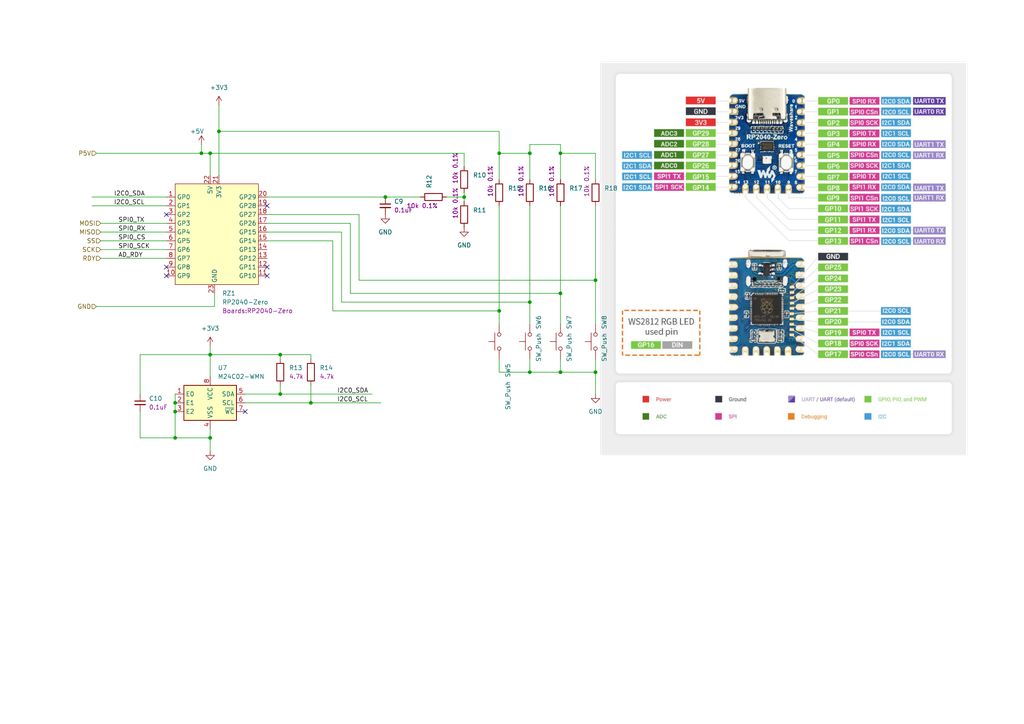
<source format=kicad_sch>
(kicad_sch (version 20230121) (generator eeschema)
  (paper "A4")
  (lib_symbols
    (symbol "Boards:RP2040-Zero"
      (property "Reference" "RZ" (at 0 0 0))
      (property "Value" "RP2040-Zero" (at 0 -2.54 0))
      (property "Footprint" "Boards:RP2040-Zero" (at 17.78 -20.32 0))
      (symbol "RP2040-Zero_0_1"
        (rectangle (start -11.43 -15.24) (end 12.7 13.97) (fill (type background)))
      )
      (symbol "RP2040-Zero_1_1"
        (pin bidirectional line (at -13.97 10.16 0) (length 2.54) (name "GP0") (number "1"))
        (pin bidirectional line (at -13.97 -12.7 0) (length 2.54) (name "GP9") (number "10"))
        (pin bidirectional line (at 15.24 -12.7 180) (length 2.54) (name "GP10") (number "11"))
        (pin bidirectional line (at 15.24 -10.16 180) (length 2.54) (name "GP11") (number "12"))
        (pin bidirectional line (at 15.24 -7.62 180) (length 2.54) (name "GP12") (number "13"))
        (pin bidirectional line (at 15.24 -5.08 180) (length 2.54) (name "GP13") (number "14"))
        (pin bidirectional line (at 15.24 -2.54 180) (length 2.54) (name "GP14") (number "15"))
        (pin bidirectional line (at 15.24 0 180) (length 2.54) (name "GP15") (number "16"))
        (pin bidirectional line (at 15.24 2.54 180) (length 2.54) (name "GP26") (number "17"))
        (pin bidirectional line (at 15.24 5.08 180) (length 2.54) (name "GP27") (number "18"))
        (pin bidirectional line (at 15.24 7.62 180) (length 2.54) (name "GP28") (number "19"))
        (pin bidirectional line (at -13.97 7.62 0) (length 2.54) (name "GP1") (number "2"))
        (pin bidirectional line (at 15.24 10.16 180) (length 2.54) (name "GP29") (number "20"))
        (pin power_in line (at 1.27 16.51 270) (length 2.54) (name "3V3") (number "21"))
        (pin power_in line (at -1.27 16.51 270) (length 2.54) (name "5V") (number "22"))
        (pin power_in line (at 0 -17.78 90) (length 2.54) (name "GND") (number "23"))
        (pin bidirectional line (at -13.97 5.08 0) (length 2.54) (name "GP2") (number "3"))
        (pin bidirectional line (at -13.97 2.54 0) (length 2.54) (name "GP3") (number "4"))
        (pin bidirectional line (at -13.97 0 0) (length 2.54) (name "GP4") (number "5"))
        (pin bidirectional line (at -13.97 -2.54 0) (length 2.54) (name "GP5") (number "6"))
        (pin bidirectional line (at -13.97 -5.08 0) (length 2.54) (name "GP6") (number "7"))
        (pin bidirectional line (at -13.97 -7.62 0) (length 2.54) (name "GP7") (number "8"))
        (pin bidirectional line (at -13.97 -10.16 0) (length 2.54) (name "GP8") (number "9"))
      )
    )
    (symbol "Memory_EEPROM:M24C02-WMN"
      (property "Reference" "U" (at -6.35 6.35 0))
      (property "Value" "M24C02-WMN" (at 7.62 6.35 0))
      (symbol "M24C02-WMN_0_1"
        (rectangle (start -7.62 5.08) (end 7.62 -5.08) (stroke (width 0.254)) (fill (type background)))
      )
      (symbol "M24C02-WMN_1_1"
        (pin input line (at -10.16 2.54 0) (length 2.54) (name "E0") (number "1"))
        (pin input line (at -10.16 0 0) (length 2.54) (name "E1") (number "2"))
        (pin input line (at -10.16 -2.54 0) (length 2.54) (name "E2") (number "3"))
        (pin power_in line (at 0 -7.62 90) (length 2.54) (name "VSS") (number "4"))
        (pin bidirectional line (at 10.16 2.54 180) (length 2.54) (name "SDA") (number "5"))
        (pin input line (at 10.16 0 180) (length 2.54) (name "SCL") (number "6"))
        (pin input line (at 10.16 -2.54 180) (length 2.54) (name "~{WC}") (number "7"))
        (pin power_in line (at 0 7.62 270) (length 2.54) (name "VCC") (number "8"))
      )
    )
    (symbol "PCM_4ms_Capacitor:100nF_0603_16V" (pin_numbers hide) (pin_names (offset 0.254) hide)
      (property "Reference" "C" (at 1.905 1.27 0))
      (property "Display" "0.1uF" (at 1.905 -1.27 0))
      (symbol "100nF_0603_16V_0_1"
        (polyline (pts (xy -1.524 -0.508) (xy 1.524 -0.508)) (stroke (width 0.3302)))
        (polyline (pts (xy -1.524 0.508) (xy 1.524 0.508)) (stroke (width 0.3048)))
      )
      (symbol "100nF_0603_16V_1_1"
        (pin passive line (at 0 2.54 270) (length 2.032) (name "~") (number "1"))
        (pin passive line (at 0 -2.54 90) (length 2.032) (name "~") (number "2"))
      )
    )
    (symbol "PCM_4ms_Power-symbol:+3.3V" (power) (pin_names (offset 0))
      (property "Value" "+3.3V" (at 0 3.556 0))
      (symbol "+3.3V_0_1"
        (polyline (pts (xy -0.762 1.27) (xy 0 2.54)))
        (polyline (pts (xy 0 0) (xy 0 2.54)))
        (polyline (pts (xy 0 2.54) (xy 0.762 1.27)))
      )
      (symbol "+3.3V_1_1"
        (pin power_in line (at 0 0 90) (length 0) hide (name "+3V3") (number "1"))
      )
    )
    (symbol "PCM_4ms_Power-symbol:+5V" (power) (pin_names (offset 0))
      (property "Value" "+5V" (at 0 3.556 0))
      (symbol "+5V_0_1"
        (polyline (pts (xy -0.762 1.27) (xy 0 2.54)))
        (polyline (pts (xy 0 0) (xy 0 2.54)))
        (polyline (pts (xy 0 2.54) (xy 0.762 1.27)))
      )
      (symbol "+5V_1_1"
        (pin power_in line (at 0 0 90) (length 0) hide (name "+5V") (number "1"))
      )
    )
    (symbol "PCM_4ms_Power-symbol:GND" (power) (pin_names (offset 0))
      (property "Value" "GND" (at 0 -3.81 0))
      (symbol "GND_0_1"
        (polyline (pts (xy 0 0) (xy 0 -1.27) (xy 1.27 -1.27) (xy 0 -2.54) (xy -1.27 -1.27) (xy 0 -1.27)))
      )
      (symbol "GND_1_1"
        (pin power_in line (at 0 0 270) (length 0) hide (name "GND") (number "1"))
      )
    )
    (symbol "PCM_4ms_Resistor:10k_0603_0.1%" (pin_numbers hide) (pin_names (offset 0))
      (property "Reference" "R" (at 2.032 0 90))
      (property "Display" "10k 0.1%" (at 3.81 -4.445 90))
      (symbol "10k_0603_0.1%_0_1"
        (rectangle (start -1.016 -2.54) (end 1.016 2.54) (stroke (width 0.254)))
      )
      (symbol "10k_0603_0.1%_1_1"
        (pin passive line (at 0 3.81 270) (length 1.27) (name "~") (number "1"))
        (pin passive line (at 0 -3.81 90) (length 1.27) (name "~") (number "2"))
      )
    )
    (symbol "PCM_4ms_Resistor:4.7k_0603" (pin_numbers hide) (pin_names (offset 0))
      (property "Reference" "R" (at 2.032 0 90))
      (property "Display" "4.7k" (at 3.81 0 90))
      (symbol "4.7k_0603_0_1"
        (rectangle (start -1.016 -2.54) (end 1.016 2.54) (stroke (width 0.254)))
      )
      (symbol "4.7k_0603_1_1"
        (pin passive line (at 0 3.81 270) (length 1.27) (name "~") (number "1"))
        (pin passive line (at 0 -3.81 90) (length 1.27) (name "~") (number "2"))
      )
    )
    (symbol "Switch:SW_Push" (pin_numbers hide) (pin_names (offset 1.016) hide)
      (property "Reference" "SW" (at 1.27 2.54 0))
      (property "Value" "SW_Push" (at 0 -1.524 0))
      (symbol "SW_Push_0_1"
        (circle (center -2.032 0) (radius 0.508))
        (polyline (pts (xy 0 1.27) (xy 0 3.048)))
        (polyline (pts (xy 2.54 1.27) (xy -2.54 1.27)))
        (circle (center 2.032 0) (radius 0.508))
        (pin passive line (at -5.08 0 0) (length 2.54) (name "1") (number "1"))
        (pin passive line (at 5.08 0 180) (length 2.54) (name "2") (number "2"))
      )
    )
  )
  (junction (at 111.76 57.15))
  (junction (at 58.42 44.45))
  (junction (at 63.5 38.1))
  (junction (at 144.78 90.17))
  (junction (at 172.72 107.95))
  (junction (at 162.56 85.09))
  (junction (at 162.56 44.45))
  (junction (at 50.8 116.84))
  (junction (at 90.17 116.84))
  (junction (at 50.8 119.38))
  (junction (at 153.67 87.63))
  (junction (at 153.67 107.95))
  (junction (at 81.28 114.3))
  (junction (at 50.8 127))
  (junction (at 60.96 127))
  (junction (at 162.56 107.95))
  (junction (at 172.72 81.28))
  (junction (at 81.28 102.87))
  (junction (at 134.62 57.15))
  (junction (at 60.96 102.87))
  (junction (at 144.78 44.45))
  (junction (at 153.67 44.45))
  (junction (at 60.96 44.45))
  (no_connect (at 48.26 62.23))
  (no_connect (at 71.12 119.38))
  (no_connect (at 77.47 80.01))
  (no_connect (at 77.47 77.47))
  (no_connect (at 48.26 77.47))
  (no_connect (at 48.26 80.01))
  (no_connect (at 77.47 59.69))
  (wire (pts (xy 99.06 67.31) (xy 99.06 87.63)))
  (wire (pts (xy 27.94 44.45) (xy 58.42 44.45)))
  (wire (pts (xy 90.17 102.87) (xy 90.17 104.14)))
  (wire (pts (xy 111.76 57.15) (xy 121.92 57.15)))
  (wire (pts (xy 99.06 87.63) (xy 153.67 87.63)))
  (wire (pts (xy 81.28 102.87) (xy 90.17 102.87)))
  (wire (pts (xy 60.96 127) (xy 50.8 127)))
  (wire (pts (xy 62.23 88.9) (xy 62.23 85.09)))
  (wire (pts (xy 172.72 107.95) (xy 172.72 114.3)))
  (wire (pts (xy 58.42 41.91) (xy 58.42 44.45)))
  (wire (pts (xy 50.8 119.38) (xy 50.8 116.84)))
  (wire (pts (xy 71.12 116.84) (xy 90.17 116.84)))
  (wire (pts (xy 60.96 44.45) (xy 60.96 50.8)))
  (wire (pts (xy 81.28 111.76) (xy 81.28 114.3)))
  (wire (pts (xy 77.47 57.15) (xy 111.76 57.15)))
  (wire (pts (xy 60.96 100.33) (xy 60.96 102.87)))
  (wire (pts (xy 60.96 130.81) (xy 60.96 127)))
  (wire (pts (xy 96.52 90.17) (xy 144.78 90.17)))
  (wire (pts (xy 134.62 57.15) (xy 134.62 58.42)))
  (wire (pts (xy 63.5 30.48) (xy 63.5 38.1)))
  (wire (pts (xy 144.78 44.45) (xy 153.67 44.45)))
  (wire (pts (xy 153.67 44.45) (xy 153.67 52.07)))
  (wire (pts (xy 172.72 81.28) (xy 172.72 93.98)))
  (wire (pts (xy 63.5 38.1) (xy 63.5 50.8)))
  (wire (pts (xy 63.5 38.1) (xy 144.78 38.1)))
  (wire (pts (xy 153.67 107.95) (xy 162.56 107.95)))
  (wire (pts (xy 81.28 114.3) (xy 107.95 114.3)))
  (wire (pts (xy 60.96 44.45) (xy 134.62 44.45)))
  (wire (pts (xy 101.6 64.77) (xy 101.6 85.09)))
  (wire (pts (xy 60.96 102.87) (xy 60.96 109.22)))
  (wire (pts (xy 144.78 104.14) (xy 144.78 107.95)))
  (wire (pts (xy 134.62 55.88) (xy 134.62 57.15)))
  (wire (pts (xy 162.56 41.91) (xy 162.56 44.45)))
  (wire (pts (xy 71.12 114.3) (xy 81.28 114.3)))
  (wire (pts (xy 29.21 74.93) (xy 48.26 74.93)))
  (wire (pts (xy 60.96 102.87) (xy 40.64 102.87)))
  (wire (pts (xy 153.67 87.63) (xy 153.67 93.98)))
  (wire (pts (xy 40.64 102.87) (xy 40.64 114.3)))
  (wire (pts (xy 101.6 64.77) (xy 77.47 64.77)))
  (wire (pts (xy 172.72 104.14) (xy 172.72 107.95)))
  (wire (pts (xy 104.14 62.23) (xy 77.47 62.23)))
  (wire (pts (xy 172.72 59.69) (xy 172.72 81.28)))
  (wire (pts (xy 153.67 104.14) (xy 153.67 107.95)))
  (wire (pts (xy 101.6 85.09) (xy 162.56 85.09)))
  (wire (pts (xy 104.14 81.28) (xy 172.72 81.28)))
  (wire (pts (xy 58.42 44.45) (xy 60.96 44.45)))
  (wire (pts (xy 99.06 67.31) (xy 77.47 67.31)))
  (wire (pts (xy 90.17 116.84) (xy 110.49 116.84)))
  (wire (pts (xy 29.21 72.39) (xy 48.26 72.39)))
  (wire (pts (xy 134.62 44.45) (xy 134.62 48.26)))
  (wire (pts (xy 96.52 69.85) (xy 77.47 69.85)))
  (wire (pts (xy 27.94 88.9) (xy 62.23 88.9)))
  (wire (pts (xy 144.78 90.17) (xy 144.78 93.98)))
  (wire (pts (xy 144.78 38.1) (xy 144.78 44.45)))
  (wire (pts (xy 81.28 104.14) (xy 81.28 102.87)))
  (wire (pts (xy 48.26 64.77) (xy 29.21 64.77)))
  (wire (pts (xy 60.96 127) (xy 60.96 124.46)))
  (wire (pts (xy 26.67 57.15) (xy 48.26 57.15)))
  (wire (pts (xy 162.56 59.69) (xy 162.56 85.09)))
  (wire (pts (xy 153.67 59.69) (xy 153.67 87.63)))
  (wire (pts (xy 162.56 85.09) (xy 162.56 93.98)))
  (wire (pts (xy 162.56 107.95) (xy 172.72 107.95)))
  (wire (pts (xy 26.67 59.69) (xy 48.26 59.69)))
  (wire (pts (xy 153.67 41.91) (xy 153.67 44.45)))
  (wire (pts (xy 104.14 62.23) (xy 104.14 81.28)))
  (wire (pts (xy 144.78 44.45) (xy 144.78 52.07)))
  (wire (pts (xy 162.56 44.45) (xy 172.72 44.45)))
  (wire (pts (xy 162.56 52.07) (xy 162.56 44.45)))
  (wire (pts (xy 29.21 69.85) (xy 48.26 69.85)))
  (wire (pts (xy 162.56 104.14) (xy 162.56 107.95)))
  (wire (pts (xy 129.54 57.15) (xy 134.62 57.15)))
  (wire (pts (xy 29.21 67.31) (xy 48.26 67.31)))
  (wire (pts (xy 60.96 102.87) (xy 81.28 102.87)))
  (wire (pts (xy 144.78 59.69) (xy 144.78 90.17)))
  (wire (pts (xy 50.8 116.84) (xy 50.8 114.3)))
  (wire (pts (xy 40.64 127) (xy 50.8 127)))
  (wire (pts (xy 153.67 41.91) (xy 162.56 41.91)))
  (wire (pts (xy 172.72 44.45) (xy 172.72 52.07)))
  (wire (pts (xy 96.52 69.85) (xy 96.52 90.17)))
  (wire (pts (xy 50.8 127) (xy 50.8 119.38)))
  (wire (pts (xy 144.78 107.95) (xy 153.67 107.95)))
  (wire (pts (xy 40.64 119.38) (xy 40.64 127)))
  (wire (pts (xy 90.17 111.76) (xy 90.17 116.84)))
  (image (at 227.33 74.93) (scale 1.39796))
  (label "AD_RDY" (at 34.29 74.93 0))
  (label "SPI0_TX" (at 34.29 64.77 0))
  (label "I2C0_SCL" (at 33.02 59.69 0))
  (label "I2C0_SDA" (at 33.02 57.15 0))
  (label "SPI0_SCK" (at 34.29 72.39 0))
  (label "SPI0_CS" (at 34.29 69.85 0))
  (label "I2C0_SDA" (at 97.79 114.3 0))
  (label "I2C0_SCL" (at 97.79 116.84 0))
  (label "SPI0_RX" (at 34.29 67.31 0))
  (hierarchical_label "SCK" (shape input) (at 29.21 72.39 180))
  (hierarchical_label "RDY" (shape input) (at 29.21 74.93 180))
  (hierarchical_label "MOSI" (shape input) (at 29.21 64.77 180))
  (hierarchical_label "MISO" (shape input) (at 29.21 67.31 180))
  (hierarchical_label "P5V" (shape input) (at 27.94 44.45 180))
  (hierarchical_label "SS" (shape input) (at 29.21 69.85 180))
  (hierarchical_label "GND" (shape input) (at 27.94 88.9 180))
  (symbol (lib_id "PCM_4ms_Resistor:4.7k_0603") (at 81.28 107.95 0) (unit 1)
    (property "Reference" "R13" (at 83.82 106.68 0) (effects (justify left)))
    (property "Value" "4.7k_0603" (effects hide))
    (property "Footprint" "PCM_4ms_Resistor:R_0603" (effects hide))
    (property "Specifications" "4k7, 1%, 1/10W, 0603" (effects hide))
    (property "Manufacturer" "Yageo" (effects hide))
    (property "Part Number" "RC0603FR-074K7L" (effects hide))
    (property "Display" "4.7k" (at 83.82 109.22 0) (effects (justify left)))
    (property "JLCPCB ID" "C23162" (effects hide))
  )
  (symbol (lib_id "Switch:SW_Push") (at 144.78 99.06 90) (unit 1)
    (property "Reference" "SW5" (at 147.32 105.41 0) (effects (justify right)))
    (property "Value" "SW_Push" (at 147.32 110.49 0) (effects (justify right)))
    (property "Footprint" "Button_Switch_THT:SW_PUSH_6mm_H4.3mm" (effects hide))
  )
  (symbol (lib_id "Memory_EEPROM:M24C02-WMN") (at 60.96 116.84 0) (unit 1)
    (property "Reference" "U7" (at 63.1541 106.68 0) (effects (justify left)))
    (property "Value" "M24C02-WMN" (at 63.1541 109.22 0) (effects (justify left)))
    (property "Footprint" "Package_SO:SOIC-8_3.9x4.9mm_P1.27mm" (effects hide))
    (property "Datasheet" "http://www.st.com/content/ccc/resource/technical/document/datasheet/b0/d8/50/40/5a/85/49/6f/DM00071904.pdf/files/DM00071904.pdf/jcr:content/translations/en.DM00071904.pdf" (effects hide))
  )
  (symbol (lib_id "PCM_4ms_Power-symbol:GND") (at 111.76 62.23 0) (unit 1)
    (property "Reference" "#PWR021" (effects hide))
    (property "Value" "GND" (at 111.76 67.31 0))
  )
  (symbol (lib_id "Boards:RP2040-Zero") (at 62.23 67.31 0) (unit 1)
    (property "Reference" "RZ1" (at 64.4241 85.09 0) (effects (justify left)))
    (property "Value" "RP2040-Zero" (at 64.4241 87.63 0) (effects (justify left)))
    (property "Footprint" "Boards:RP2040-Zero" (at 64.4241 90.17 0) (effects (justify left)))
  )
  (symbol (lib_id "PCM_4ms_Resistor:10k_0603_0.1%") (at 134.62 62.23 0) (unit 1)
    (property "Reference" "R11" (at 137.16 60.96 0) (effects (justify left)))
    (property "Value" "10k_0603_0.1%" (effects hide))
    (property "Footprint" "PCM_4ms_Resistor:R_0603" (effects hide))
    (property "Display" "10k 0.1%" (at 132.08 63.5 90) (effects (justify left)))
    (property "Specifications" "10k, 0.1%, 1/16W, 0603, 25ppm" (effects hide))
    (property "Manufacturer" "Panasonic" (effects hide))
    (property "Part Number" "ERJ-PB3B1002V" (effects hide))
    (property "Manufacturer 2" "Yageo" (effects hide))
    (property "Part Number 2" "RT0603BRD1010KL" (effects hide))
  )
  (symbol (lib_id "PCM_4ms_Resistor:4.7k_0603") (at 90.17 107.95 0) (unit 1)
    (property "Reference" "R14" (at 92.71 106.68 0) (effects (justify left)))
    (property "Value" "4.7k_0603" (effects hide))
    (property "Footprint" "PCM_4ms_Resistor:R_0603" (effects hide))
    (property "Specifications" "4k7, 1%, 1/10W, 0603" (effects hide))
    (property "Manufacturer" "Yageo" (effects hide))
    (property "Part Number" "RC0603FR-074K7L" (effects hide))
    (property "Display" "4.7k" (at 92.71 109.22 0) (effects (justify left)))
    (property "JLCPCB ID" "C23162" (effects hide))
  )
  (symbol (lib_id "PCM_4ms_Resistor:10k_0603_0.1%") (at 162.56 55.88 0) (unit 1)
    (property "Reference" "R17" (at 165.1 54.61 0) (effects (justify left)))
    (property "Value" "10k_0603_0.1%" (effects hide))
    (property "Footprint" "PCM_4ms_Resistor:R_0603" (effects hide))
    (property "Display" "10k 0.1%" (at 160.02 57.15 90) (effects (justify left)))
    (property "Specifications" "10k, 0.1%, 1/16W, 0603, 25ppm" (effects hide))
    (property "Manufacturer" "Panasonic" (effects hide))
    (property "Part Number" "ERJ-PB3B1002V" (effects hide))
    (property "Manufacturer 2" "Yageo" (effects hide))
    (property "Part Number 2" "RT0603BRD1010KL" (effects hide))
  )
  (symbol (lib_id "PCM_4ms_Power-symbol:+3.3V") (at 60.96 100.33 0) (unit 1)
    (property "Reference" "#PWR022" (effects hide))
    (property "Value" "+3.3V" (at 60.96 95.25 0))
  )
  (symbol (lib_id "PCM_4ms_Power-symbol:+5V") (at 58.42 41.91 0) (unit 1)
    (property "Reference" "#PWR026" (effects hide))
    (property "Value" "+5V" (at 57.15 38.1 0))
  )
  (symbol (lib_id "PCM_4ms_Power-symbol:GND") (at 172.72 114.3 0) (unit 1)
    (property "Reference" "#PWR024" (effects hide))
    (property "Value" "GND" (at 172.72 119.38 0))
  )
  (symbol (lib_id "Switch:SW_Push") (at 153.67 99.06 90) (unit 1)
    (property "Reference" "SW6" (at 156.21 91.44 0) (effects (justify right)))
    (property "Value" "SW_Push" (at 156.21 96.52 0) (effects (justify right)))
    (property "Footprint" "Button_Switch_THT:SW_PUSH_6mm_H4.3mm" (effects hide))
  )
  (symbol (lib_id "PCM_4ms_Resistor:10k_0603_0.1%") (at 153.67 55.88 0) (unit 1)
    (property "Reference" "R16" (at 156.21 54.61 0) (effects (justify left)))
    (property "Value" "10k_0603_0.1%" (effects hide))
    (property "Footprint" "PCM_4ms_Resistor:R_0603" (effects hide))
    (property "Display" "10k 0.1%" (at 151.13 57.15 90) (effects (justify left)))
    (property "Specifications" "10k, 0.1%, 1/16W, 0603, 25ppm" (effects hide))
    (property "Manufacturer" "Panasonic" (effects hide))
    (property "Part Number" "ERJ-PB3B1002V" (effects hide))
    (property "Manufacturer 2" "Yageo" (effects hide))
    (property "Part Number 2" "RT0603BRD1010KL" (effects hide))
  )
  (symbol (lib_id "PCM_4ms_Power-symbol:GND") (at 134.62 66.04 0) (unit 1)
    (property "Reference" "#PWR020" (effects hide))
    (property "Value" "GND" (at 134.62 71.12 0))
  )
  (symbol (lib_id "PCM_4ms_Capacitor:100nF_0603_16V") (at 40.64 116.84 0) (unit 1)
    (property "Reference" "C10" (at 43.18 115.5763 0) (effects (justify left)))
    (property "Value" "100nF_0603_16V" (effects hide))
    (property "Footprint" "PCM_4ms_Capacitor:C_0603" (effects hide))
    (property "Specifications" "0.1uF, Min. 16V 10%, X7R or X5R or similar" (effects hide))
    (property "Manufacturer" "AVX Corporation" (effects hide))
    (property "Part Number" "0603YC104KAT2A" (effects hide))
    (property "Display" "0.1uF" (at 43.18 118.1163 0) (effects (justify left)))
    (property "JLCPCB ID" "C14663" (effects hide))
  )
  (symbol (lib_id "Switch:SW_Push") (at 172.72 99.06 90) (unit 1)
    (property "Reference" "SW8" (at 175.26 91.44 0) (effects (justify right)))
    (property "Value" "SW_Push" (at 175.26 96.52 0) (effects (justify right)))
    (property "Footprint" "Button_Switch_THT:SW_PUSH_6mm_H4.3mm" (effects hide))
  )
  (symbol (lib_id "PCM_4ms_Power-symbol:+3.3V") (at 63.5 30.48 0) (unit 1)
    (property "Reference" "#PWR027" (effects hide))
    (property "Value" "+3.3V" (at 63.5 25.4 0))
  )
  (symbol (lib_id "PCM_4ms_Capacitor:100nF_0603_16V") (at 111.76 59.69 0) (unit 1)
    (property "Reference" "C9" (at 114.3 58.4263 0) (effects (justify left)))
    (property "Value" "100nF_0603_16V" (effects hide))
    (property "Footprint" "PCM_4ms_Capacitor:C_0603" (effects hide))
    (property "Specifications" "0.1uF, Min. 16V 10%, X7R or X5R or similar" (effects hide))
    (property "Manufacturer" "AVX Corporation" (effects hide))
    (property "Part Number" "0603YC104KAT2A" (effects hide))
    (property "Display" "0.1uF" (at 114.3 60.9663 0) (effects (justify left)))
    (property "JLCPCB ID" "C14663" (effects hide))
  )
  (symbol (lib_id "PCM_4ms_Resistor:10k_0603_0.1%") (at 144.78 55.88 0) (unit 1)
    (property "Reference" "R15" (at 147.32 54.61 0) (effects (justify left)))
    (property "Value" "10k_0603_0.1%" (effects hide))
    (property "Footprint" "PCM_4ms_Resistor:R_0603" (effects hide))
    (property "Display" "10k 0.1%" (at 142.24 57.15 90) (effects (justify left)))
    (property "Specifications" "10k, 0.1%, 1/16W, 0603, 25ppm" (effects hide))
    (property "Manufacturer" "Panasonic" (effects hide))
    (property "Part Number" "ERJ-PB3B1002V" (effects hide))
    (property "Manufacturer 2" "Yageo" (effects hide))
    (property "Part Number 2" "RT0603BRD1010KL" (effects hide))
  )
  (symbol (lib_id "PCM_4ms_Resistor:10k_0603_0.1%") (at 134.62 52.07 0) (unit 1)
    (property "Reference" "R10" (at 137.16 50.8 0) (effects (justify left)))
    (property "Value" "10k_0603_0.1%" (effects hide))
    (property "Footprint" "PCM_4ms_Resistor:R_0603" (effects hide))
    (property "Display" "10k 0.1%" (at 132.08 53.34 90) (effects (justify left)))
    (property "Specifications" "10k, 0.1%, 1/16W, 0603, 25ppm" (effects hide))
    (property "Manufacturer" "Panasonic" (effects hide))
    (property "Part Number" "ERJ-PB3B1002V" (effects hide))
    (property "Manufacturer 2" "Yageo" (effects hide))
    (property "Part Number 2" "RT0603BRD1010KL" (effects hide))
  )
  (symbol (lib_id "PCM_4ms_Resistor:10k_0603_0.1%") (at 172.72 55.88 0) (unit 1)
    (property "Reference" "R18" (at 175.26 54.61 0) (effects (justify left)))
    (property "Value" "10k_0603_0.1%" (effects hide))
    (property "Footprint" "PCM_4ms_Resistor:R_0603" (effects hide))
    (property "Display" "10k 0.1%" (at 170.18 57.15 90) (effects (justify left)))
    (property "Specifications" "10k, 0.1%, 1/16W, 0603, 25ppm" (effects hide))
    (property "Manufacturer" "Panasonic" (effects hide))
    (property "Part Number" "ERJ-PB3B1002V" (effects hide))
    (property "Manufacturer 2" "Yageo" (effects hide))
    (property "Part Number 2" "RT0603BRD1010KL" (effects hide))
  )
  (symbol (lib_id "Switch:SW_Push") (at 162.56 99.06 90) (unit 1)
    (property "Reference" "SW7" (at 165.1 91.44 0) (effects (justify right)))
    (property "Value" "SW_Push" (at 165.1 96.52 0) (effects (justify right)))
    (property "Footprint" "Button_Switch_THT:SW_PUSH_6mm_H4.3mm" (effects hide))
  )
  (symbol (lib_id "PCM_4ms_Resistor:10k_0603_0.1%") (at 125.73 57.15 90) (unit 1)
    (property "Reference" "R12" (at 124.46 54.61 0) (effects (justify left)))
    (property "Value" "10k_0603_0.1%" (effects hide))
    (property "Footprint" "PCM_4ms_Resistor:R_0603" (effects hide))
    (property "Display" "10k 0.1%" (at 127 59.69 90) (effects (justify left)))
    (property "Specifications" "10k, 0.1%, 1/16W, 0603, 25ppm" (effects hide))
    (property "Manufacturer" "Panasonic" (effects hide))
    (property "Part Number" "ERJ-PB3B1002V" (effects hide))
    (property "Manufacturer 2" "Yageo" (effects hide))
    (property "Part Number 2" "RT0603BRD1010KL" (effects hide))
  )
  (symbol (lib_id "PCM_4ms_Power-symbol:GND") (at 60.96 130.81 0) (unit 1)
    (property "Reference" "#PWR023" (effects hide))
    (property "Value" "GND" (at 60.96 135.89 0))
  )
)
</source>
